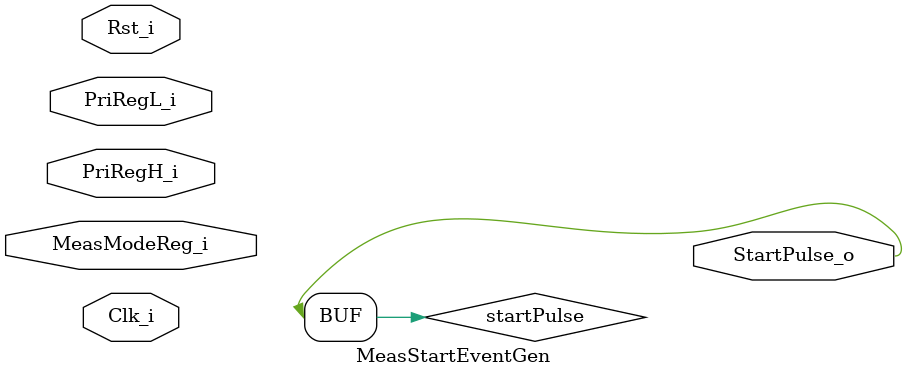
<source format=v>
`timescale 1ns / 1ps
module	MeasStartEventGen	
#(	
	parameter	CmdDataRegWith	=	24
)
(
	input	Rst_i,
	input	Clk_i,
	
	input	MeasModeReg_i,
	input	PriRegH_i,
	input	PriRegL_i,
	
	output	StartPulse_o
);	

//================================================================================
//  LOCALPARAM

//================================================================================
	reg	startPulse;
	
//================================================================================
//  ASSIGNMENTS
	assign	StartPulse_o	=	startPulse;
//================================================================================
//  CODING



endmodule












</source>
